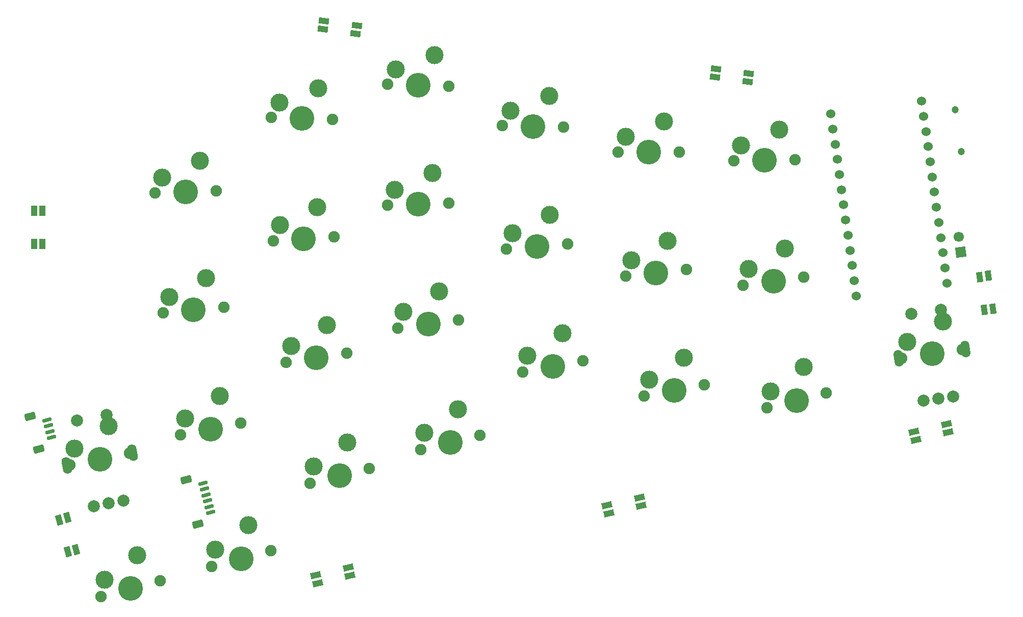
<source format=gbr>
%TF.GenerationSoftware,KiCad,Pcbnew,(6.0.5)*%
%TF.CreationDate,2022-07-12T17:30:17+09:00*%
%TF.ProjectId,ergotonic_f24-pcb-right,6572676f-746f-46e6-9963-5f6632342d70,rev?*%
%TF.SameCoordinates,Original*%
%TF.FileFunction,Soldermask,Top*%
%TF.FilePolarity,Negative*%
%FSLAX46Y46*%
G04 Gerber Fmt 4.6, Leading zero omitted, Abs format (unit mm)*
G04 Created by KiCad (PCBNEW (6.0.5)) date 2022-07-12 17:30:17*
%MOMM*%
%LPD*%
G01*
G04 APERTURE LIST*
G04 Aperture macros list*
%AMRoundRect*
0 Rectangle with rounded corners*
0 $1 Rounding radius*
0 $2 $3 $4 $5 $6 $7 $8 $9 X,Y pos of 4 corners*
0 Add a 4 corners polygon primitive as box body*
4,1,4,$2,$3,$4,$5,$6,$7,$8,$9,$2,$3,0*
0 Add four circle primitives for the rounded corners*
1,1,$1+$1,$2,$3*
1,1,$1+$1,$4,$5*
1,1,$1+$1,$6,$7*
1,1,$1+$1,$8,$9*
0 Add four rect primitives between the rounded corners*
20,1,$1+$1,$2,$3,$4,$5,0*
20,1,$1+$1,$4,$5,$6,$7,0*
20,1,$1+$1,$6,$7,$8,$9,0*
20,1,$1+$1,$8,$9,$2,$3,0*%
%AMHorizOval*
0 Thick line with rounded ends*
0 $1 width*
0 $2 $3 position (X,Y) of the first rounded end (center of the circle)*
0 $4 $5 position (X,Y) of the second rounded end (center of the circle)*
0 Add line between two ends*
20,1,$1,$2,$3,$4,$5,0*
0 Add two circle primitives to create the rounded ends*
1,1,$1,$2,$3*
1,1,$1,$4,$5*%
%AMRotRect*
0 Rectangle, with rotation*
0 The origin of the aperture is its center*
0 $1 length*
0 $2 width*
0 $3 Rotation angle, in degrees counterclockwise*
0 Add horizontal line*
21,1,$1,$2,0,0,$3*%
G04 Aperture macros list end*
%ADD10C,3.000000*%
%ADD11C,4.100000*%
%ADD12C,1.900000*%
%ADD13C,1.524000*%
%ADD14RotRect,1.700000X1.000000X285.120000*%
%ADD15RotRect,1.700000X1.000000X352.000000*%
%ADD16C,2.000000*%
%ADD17HorizOval,1.500000X-0.125473X0.637775X0.125473X-0.637775X0*%
%ADD18C,1.200000*%
%ADD19RotRect,1.700000X1.000000X13.500000*%
%ADD20R,1.000000X1.700000*%
%ADD21RoundRect,0.150000X0.642490X0.018219X0.564237X0.307833X-0.642490X-0.018219X-0.564237X-0.307833X0*%
%ADD22RoundRect,0.249600X0.719283X-0.168618X0.536485X0.507921X-0.719283X0.168618X-0.536485X-0.507921X0*%
%ADD23RotRect,1.700000X1.700000X188.000000*%
%ADD24HorizOval,1.700000X0.000000X0.000000X0.000000X0.000000X0*%
%ADD25HorizOval,1.500000X-0.090463X0.643674X0.090463X-0.643674X0*%
%ADD26RotRect,1.700000X1.000000X98.000000*%
G04 APERTURE END LIST*
D10*
%TO.C,SW26*%
X22778966Y-93799521D03*
X17310613Y-97906979D03*
D11*
X21651000Y-99366000D03*
D12*
X26555370Y-98041781D03*
X16746630Y-100690219D03*
%TD*%
D13*
%TO.C,U2*%
X153334029Y-21006070D03*
X153687529Y-23521351D03*
X154041028Y-26036632D03*
X154394528Y-28551913D03*
X154748028Y-31067194D03*
X155101527Y-33582474D03*
X155455027Y-36097755D03*
X155808527Y-38613036D03*
X156162026Y-41128317D03*
X156515526Y-43643598D03*
X156869026Y-46158879D03*
X157222525Y-48674160D03*
X142150645Y-50792374D03*
X141797146Y-48277094D03*
X141443646Y-45761813D03*
X141090146Y-43246532D03*
X140736647Y-40731251D03*
X140383147Y-38215970D03*
X140029647Y-35700689D03*
X139676148Y-33185408D03*
X139322648Y-30670127D03*
X138969148Y-28154846D03*
X138615649Y-25639566D03*
X138262149Y-23124285D03*
X137908649Y-20609004D03*
X152980529Y-18490789D03*
%TD*%
D10*
%TO.C,SW33*%
X54242286Y-55683056D03*
D12*
X57506069Y-60331251D03*
D10*
X48338074Y-59134777D03*
D11*
X52482000Y-61083000D03*
D12*
X47457931Y-61834749D03*
%TD*%
D14*
%TO.C,LED_11*%
X12582081Y-92915210D03*
X11230547Y-93280389D03*
X9795919Y-87970790D03*
X11147453Y-87605611D03*
%TD*%
D12*
%TO.C,SW36*%
X64311157Y-35753062D03*
D10*
X65490837Y-33169875D03*
D11*
X69388000Y-35574000D03*
D10*
X71747360Y-30407626D03*
D12*
X74464843Y-35394938D03*
%TD*%
D15*
%TO.C,LED_8*%
X124286658Y-13879538D03*
X124091816Y-15265914D03*
X118645342Y-14500462D03*
X118840184Y-13114086D03*
%TD*%
D12*
%TO.C,SW47*%
X137155623Y-66875514D03*
D10*
X133432826Y-62586134D03*
D11*
X132235000Y-68138000D03*
D12*
X127314377Y-69400486D03*
D10*
X127913290Y-66624553D03*
%TD*%
D12*
%TO.C,SW38*%
X69782741Y-76303316D03*
D10*
X70426147Y-73537357D03*
D12*
X79663259Y-73936684D03*
D10*
X76009814Y-69588083D03*
D11*
X74723000Y-75120000D03*
%TD*%
D12*
%TO.C,SW37*%
X66029860Y-56133620D03*
D10*
X66951835Y-53447645D03*
D12*
X76100140Y-54786380D03*
D10*
X72908950Y-50088050D03*
D11*
X71065000Y-55460000D03*
%TD*%
%TO.C,SW44*%
X111928000Y-66492999D03*
D12*
X106938813Y-67449250D03*
X116917187Y-65536748D03*
D10*
X107707984Y-64715594D03*
X113466342Y-61025687D03*
%TD*%
D16*
%TO.C,RE3*%
X15517789Y-85716527D03*
X20423747Y-84751349D03*
X17970768Y-85233938D03*
D17*
X22017674Y-76794000D03*
X11028326Y-78956000D03*
D16*
X17624729Y-70524069D03*
X12718770Y-71489247D03*
%TD*%
D12*
%TO.C,SW30*%
X35136861Y-95724075D03*
D10*
X35700359Y-92940737D03*
X41167995Y-88832324D03*
D11*
X40041000Y-94399000D03*
D12*
X44945139Y-93073925D03*
%TD*%
D10*
%TO.C,SW45*%
X129304219Y-23192323D03*
D12*
X121784971Y-28420296D03*
D11*
X126864000Y-28321000D03*
D12*
X131943029Y-28221704D03*
D10*
X123005080Y-25855957D03*
%TD*%
D15*
%TO.C,LED_9*%
X53747184Y-5154086D03*
X53552342Y-6540462D03*
X58998816Y-7305914D03*
X59193658Y-5919538D03*
%TD*%
D12*
%TO.C,SW40*%
X84035221Y-43030643D03*
D10*
X85098345Y-40397343D03*
X91225246Y-37358400D03*
D11*
X89099000Y-42625000D03*
D12*
X94162779Y-42219357D03*
%TD*%
D18*
%TO.C,TRRS2*%
X158571760Y-19949402D03*
X159545971Y-26881279D03*
%TD*%
D11*
%TO.C,SW42*%
X107680000Y-26959000D03*
D10*
X110194255Y-21866209D03*
X103857193Y-24438317D03*
D12*
X102600065Y-26984712D03*
X112759935Y-26933288D03*
%TD*%
%TO.C,SW34*%
X61302102Y-79411037D03*
D11*
X56373000Y-80640000D03*
D10*
X57608588Y-75096416D03*
X52061692Y-79097171D03*
D12*
X51443898Y-81868963D03*
%TD*%
D19*
%TO.C,LED_14*%
X157073606Y-72045366D03*
X157400429Y-73406684D03*
X152052394Y-74690634D03*
X151725571Y-73329316D03*
%TD*%
D10*
%TO.C,SW28*%
X28054738Y-50976937D03*
D12*
X37145204Y-52664282D03*
D11*
X32088000Y-53145000D03*
D12*
X27030796Y-53625718D03*
D10*
X34135884Y-47847437D03*
%TD*%
D12*
%TO.C,SW32*%
X55456864Y-41030254D03*
X45317136Y-41671746D03*
D11*
X50387000Y-41351000D03*
D10*
X52601186Y-36120763D03*
X46424229Y-39056627D03*
%TD*%
D12*
%TO.C,SW41*%
X96751330Y-61541299D03*
D11*
X91759000Y-62481000D03*
D10*
X87544902Y-60689611D03*
D12*
X86766670Y-63420701D03*
D10*
X93315464Y-57018819D03*
%TD*%
%TO.C,SW29*%
X30728883Y-71143550D03*
D11*
X34956000Y-72904000D03*
D10*
X36472382Y-67430556D03*
D12*
X39941308Y-71927729D03*
X29970692Y-73880271D03*
%TD*%
D20*
%TO.C,LED_10*%
X7022000Y-42147000D03*
X5622000Y-42147000D03*
X5622000Y-36647000D03*
X7022000Y-36647000D03*
%TD*%
D21*
%TO.C,J4*%
X34931234Y-86719839D03*
X34670393Y-85754457D03*
X34409551Y-84789076D03*
X34148710Y-83823694D03*
X33887868Y-82858313D03*
X33627027Y-81892931D03*
D22*
X32832740Y-88633460D03*
X30850344Y-81296560D03*
%TD*%
D21*
%TO.C,J2*%
X8541393Y-74285457D03*
X8280551Y-73320076D03*
X8019710Y-72354694D03*
X7758868Y-71389313D03*
D22*
X6442898Y-76199078D03*
X4982186Y-70792941D03*
%TD*%
D12*
%TO.C,SW31*%
X45040251Y-21194280D03*
D10*
X52837094Y-16390111D03*
X46400298Y-18701336D03*
D11*
X50117000Y-21376000D03*
D12*
X55193749Y-21557720D03*
%TD*%
D23*
%TO.C,BAT2*%
X159500000Y-43500000D03*
D24*
X159146500Y-40984719D03*
%TD*%
D19*
%TO.C,LED_13*%
X106105606Y-84252366D03*
X106432429Y-85613684D03*
X101084394Y-86897634D03*
X100757571Y-85536316D03*
%TD*%
D11*
%TO.C,SW43*%
X108881000Y-46979000D03*
D12*
X113927841Y-46399523D03*
X103834159Y-47558477D03*
D10*
X110824944Y-41642420D03*
X104806131Y-44890187D03*
%TD*%
D12*
%TO.C,SW48*%
X159729562Y-59703001D03*
X149668438Y-61116999D03*
D10*
X150572579Y-58424969D03*
D11*
X154699000Y-60410000D03*
D10*
X156507282Y-55025939D03*
%TD*%
D12*
%TO.C,SW35*%
X74457967Y-16045517D03*
X64304033Y-15694483D03*
D10*
X72095001Y-10880792D03*
X65661033Y-13199879D03*
D11*
X69381000Y-15870000D03*
%TD*%
D12*
%TO.C,SW46*%
X133422726Y-47684774D03*
D10*
X130235637Y-42983661D03*
D11*
X128387000Y-48354000D03*
D12*
X123351274Y-49023226D03*
D10*
X124275593Y-46338056D03*
%TD*%
D16*
%TO.C,RE4*%
X153267128Y-68184943D03*
X158218468Y-67489078D03*
X155742798Y-67837011D03*
D25*
X160244501Y-59630631D03*
X149153499Y-61189369D03*
D16*
X156200458Y-53130191D03*
X151249118Y-53826056D03*
%TD*%
D10*
%TO.C,SW27*%
X26916837Y-31172875D03*
D12*
X25737157Y-33756062D03*
D10*
X33173360Y-28410626D03*
D11*
X30814000Y-33577000D03*
D12*
X35890843Y-33397938D03*
%TD*%
D11*
%TO.C,SW25*%
X16523000Y-77875000D03*
D10*
X18034605Y-72400235D03*
X12294349Y-76118239D03*
D12*
X21507454Y-76894378D03*
X11538546Y-78855622D03*
%TD*%
D26*
%TO.C,LED_15*%
X162634086Y-47671184D03*
X164020462Y-47476342D03*
X164785914Y-52922816D03*
X163399538Y-53117658D03*
%TD*%
D12*
%TO.C,SW39*%
X93562131Y-22764977D03*
D10*
X84720641Y-20060952D03*
X91116542Y-17638858D03*
D12*
X83403869Y-22577023D03*
D11*
X88483000Y-22671000D03*
%TD*%
D19*
%TO.C,LED_12*%
X57754606Y-95854366D03*
X58081429Y-97215684D03*
X52733394Y-98499634D03*
X52406571Y-97138316D03*
%TD*%
M02*

</source>
